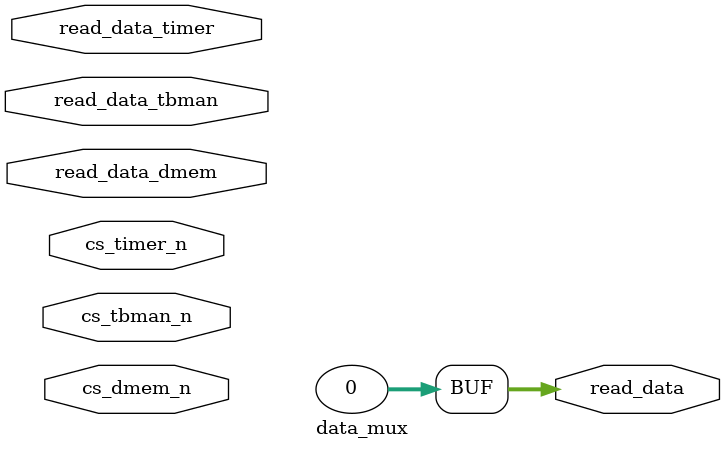
<source format=v>
module data_mux(
    //DATA MEM
    input cs_dmem_n,
    input [31:0]read_data_dmem,
    //TBMAN
    input cs_tbman_n,
    input[31:0]read_data_tbman,

    // TIMER
    input           cs_timer_n,
    input    [31:0] read_data_timer,

    output reg [31:0]read_data
);

always@(*)
begin
    if (!cs_dmem_n)
	begin
        read_data = read_data_dmem;
	end
    else if (!cs_tbman_n)
	begin
        read_data = read_data_tbman;
    end
	else if (!cs_timer_n)
    begin
        read_data = read_data_timer;
    end
	begin
        read_data = 32'd0; 
	end
end

endmodule

</source>
